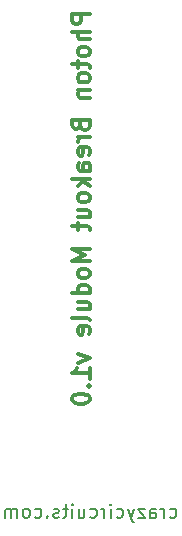
<source format=gbo>
%TF.GenerationSoftware,KiCad,Pcbnew,4.0.7-e2-6376~58~ubuntu16.04.1*%
%TF.CreationDate,2018-07-15T21:42:55-07:00*%
%TF.ProjectId,6x9-Photon-Breakout,3678392D50686F746F6E2D427265616B,1.0*%
%TF.FileFunction,Legend,Bot*%
%FSLAX46Y46*%
G04 Gerber Fmt 4.6, Leading zero omitted, Abs format (unit mm)*
G04 Created by KiCad (PCBNEW 4.0.7-e2-6376~58~ubuntu16.04.1) date Sun Jul 15 21:42:55 2018*
%MOMM*%
%LPD*%
G01*
G04 APERTURE LIST*
%ADD10C,0.350000*%
%ADD11C,0.300000*%
%ADD12C,0.177800*%
%ADD13R,2.184400X1.879600*%
%ADD14O,2.184400X1.879600*%
%ADD15C,6.152400*%
%ADD16C,1.879600*%
G04 APERTURE END LIST*
D10*
D11*
X79926571Y-51607715D02*
X78426571Y-51607715D01*
X78426571Y-52179143D01*
X78498000Y-52322001D01*
X78569429Y-52393429D01*
X78712286Y-52464858D01*
X78926571Y-52464858D01*
X79069429Y-52393429D01*
X79140857Y-52322001D01*
X79212286Y-52179143D01*
X79212286Y-51607715D01*
X79926571Y-53107715D02*
X78426571Y-53107715D01*
X79926571Y-53750572D02*
X79140857Y-53750572D01*
X78998000Y-53679143D01*
X78926571Y-53536286D01*
X78926571Y-53322001D01*
X78998000Y-53179143D01*
X79069429Y-53107715D01*
X79926571Y-54679144D02*
X79855143Y-54536286D01*
X79783714Y-54464858D01*
X79640857Y-54393429D01*
X79212286Y-54393429D01*
X79069429Y-54464858D01*
X78998000Y-54536286D01*
X78926571Y-54679144D01*
X78926571Y-54893429D01*
X78998000Y-55036286D01*
X79069429Y-55107715D01*
X79212286Y-55179144D01*
X79640857Y-55179144D01*
X79783714Y-55107715D01*
X79855143Y-55036286D01*
X79926571Y-54893429D01*
X79926571Y-54679144D01*
X78926571Y-55607715D02*
X78926571Y-56179144D01*
X78426571Y-55822001D02*
X79712286Y-55822001D01*
X79855143Y-55893429D01*
X79926571Y-56036287D01*
X79926571Y-56179144D01*
X79926571Y-56893430D02*
X79855143Y-56750572D01*
X79783714Y-56679144D01*
X79640857Y-56607715D01*
X79212286Y-56607715D01*
X79069429Y-56679144D01*
X78998000Y-56750572D01*
X78926571Y-56893430D01*
X78926571Y-57107715D01*
X78998000Y-57250572D01*
X79069429Y-57322001D01*
X79212286Y-57393430D01*
X79640857Y-57393430D01*
X79783714Y-57322001D01*
X79855143Y-57250572D01*
X79926571Y-57107715D01*
X79926571Y-56893430D01*
X78926571Y-58036287D02*
X79926571Y-58036287D01*
X79069429Y-58036287D02*
X78998000Y-58107715D01*
X78926571Y-58250573D01*
X78926571Y-58464858D01*
X78998000Y-58607715D01*
X79140857Y-58679144D01*
X79926571Y-58679144D01*
X79140857Y-61036287D02*
X79212286Y-61250573D01*
X79283714Y-61322001D01*
X79426571Y-61393430D01*
X79640857Y-61393430D01*
X79783714Y-61322001D01*
X79855143Y-61250573D01*
X79926571Y-61107715D01*
X79926571Y-60536287D01*
X78426571Y-60536287D01*
X78426571Y-61036287D01*
X78498000Y-61179144D01*
X78569429Y-61250573D01*
X78712286Y-61322001D01*
X78855143Y-61322001D01*
X78998000Y-61250573D01*
X79069429Y-61179144D01*
X79140857Y-61036287D01*
X79140857Y-60536287D01*
X79926571Y-62036287D02*
X78926571Y-62036287D01*
X79212286Y-62036287D02*
X79069429Y-62107715D01*
X78998000Y-62179144D01*
X78926571Y-62322001D01*
X78926571Y-62464858D01*
X79855143Y-63536286D02*
X79926571Y-63393429D01*
X79926571Y-63107715D01*
X79855143Y-62964858D01*
X79712286Y-62893429D01*
X79140857Y-62893429D01*
X78998000Y-62964858D01*
X78926571Y-63107715D01*
X78926571Y-63393429D01*
X78998000Y-63536286D01*
X79140857Y-63607715D01*
X79283714Y-63607715D01*
X79426571Y-62893429D01*
X79926571Y-64893429D02*
X79140857Y-64893429D01*
X78998000Y-64822000D01*
X78926571Y-64679143D01*
X78926571Y-64393429D01*
X78998000Y-64250572D01*
X79855143Y-64893429D02*
X79926571Y-64750572D01*
X79926571Y-64393429D01*
X79855143Y-64250572D01*
X79712286Y-64179143D01*
X79569429Y-64179143D01*
X79426571Y-64250572D01*
X79355143Y-64393429D01*
X79355143Y-64750572D01*
X79283714Y-64893429D01*
X79926571Y-65607715D02*
X78426571Y-65607715D01*
X79355143Y-65750572D02*
X79926571Y-66179143D01*
X78926571Y-66179143D02*
X79498000Y-65607715D01*
X79926571Y-67036287D02*
X79855143Y-66893429D01*
X79783714Y-66822001D01*
X79640857Y-66750572D01*
X79212286Y-66750572D01*
X79069429Y-66822001D01*
X78998000Y-66893429D01*
X78926571Y-67036287D01*
X78926571Y-67250572D01*
X78998000Y-67393429D01*
X79069429Y-67464858D01*
X79212286Y-67536287D01*
X79640857Y-67536287D01*
X79783714Y-67464858D01*
X79855143Y-67393429D01*
X79926571Y-67250572D01*
X79926571Y-67036287D01*
X78926571Y-68822001D02*
X79926571Y-68822001D01*
X78926571Y-68179144D02*
X79712286Y-68179144D01*
X79855143Y-68250572D01*
X79926571Y-68393430D01*
X79926571Y-68607715D01*
X79855143Y-68750572D01*
X79783714Y-68822001D01*
X78926571Y-69322001D02*
X78926571Y-69893430D01*
X78426571Y-69536287D02*
X79712286Y-69536287D01*
X79855143Y-69607715D01*
X79926571Y-69750573D01*
X79926571Y-69893430D01*
X79926571Y-71536287D02*
X78426571Y-71536287D01*
X79498000Y-72036287D01*
X78426571Y-72536287D01*
X79926571Y-72536287D01*
X79926571Y-73464859D02*
X79855143Y-73322001D01*
X79783714Y-73250573D01*
X79640857Y-73179144D01*
X79212286Y-73179144D01*
X79069429Y-73250573D01*
X78998000Y-73322001D01*
X78926571Y-73464859D01*
X78926571Y-73679144D01*
X78998000Y-73822001D01*
X79069429Y-73893430D01*
X79212286Y-73964859D01*
X79640857Y-73964859D01*
X79783714Y-73893430D01*
X79855143Y-73822001D01*
X79926571Y-73679144D01*
X79926571Y-73464859D01*
X79926571Y-75250573D02*
X78426571Y-75250573D01*
X79855143Y-75250573D02*
X79926571Y-75107716D01*
X79926571Y-74822002D01*
X79855143Y-74679144D01*
X79783714Y-74607716D01*
X79640857Y-74536287D01*
X79212286Y-74536287D01*
X79069429Y-74607716D01*
X78998000Y-74679144D01*
X78926571Y-74822002D01*
X78926571Y-75107716D01*
X78998000Y-75250573D01*
X78926571Y-76607716D02*
X79926571Y-76607716D01*
X78926571Y-75964859D02*
X79712286Y-75964859D01*
X79855143Y-76036287D01*
X79926571Y-76179145D01*
X79926571Y-76393430D01*
X79855143Y-76536287D01*
X79783714Y-76607716D01*
X79926571Y-77536288D02*
X79855143Y-77393430D01*
X79712286Y-77322002D01*
X78426571Y-77322002D01*
X79855143Y-78679144D02*
X79926571Y-78536287D01*
X79926571Y-78250573D01*
X79855143Y-78107716D01*
X79712286Y-78036287D01*
X79140857Y-78036287D01*
X78998000Y-78107716D01*
X78926571Y-78250573D01*
X78926571Y-78536287D01*
X78998000Y-78679144D01*
X79140857Y-78750573D01*
X79283714Y-78750573D01*
X79426571Y-78036287D01*
X78926571Y-80393430D02*
X79926571Y-80750573D01*
X78926571Y-81107715D01*
X79926571Y-82464858D02*
X79926571Y-81607715D01*
X79926571Y-82036287D02*
X78426571Y-82036287D01*
X78640857Y-81893430D01*
X78783714Y-81750572D01*
X78855143Y-81607715D01*
X79783714Y-83107715D02*
X79855143Y-83179143D01*
X79926571Y-83107715D01*
X79855143Y-83036286D01*
X79783714Y-83107715D01*
X79926571Y-83107715D01*
X78426571Y-84107715D02*
X78426571Y-84250572D01*
X78498000Y-84393429D01*
X78569429Y-84464858D01*
X78712286Y-84536287D01*
X78998000Y-84607715D01*
X79355143Y-84607715D01*
X79640857Y-84536287D01*
X79783714Y-84464858D01*
X79855143Y-84393429D01*
X79926571Y-84250572D01*
X79926571Y-84107715D01*
X79855143Y-83964858D01*
X79783714Y-83893429D01*
X79640857Y-83822001D01*
X79355143Y-83750572D01*
X78998000Y-83750572D01*
X78712286Y-83822001D01*
X78569429Y-83893429D01*
X78498000Y-83964858D01*
X78426571Y-84107715D01*
D12*
X86731928Y-94188643D02*
X86840785Y-94243071D01*
X87058499Y-94243071D01*
X87167357Y-94188643D01*
X87221785Y-94134214D01*
X87276214Y-94025357D01*
X87276214Y-93698786D01*
X87221785Y-93589929D01*
X87167357Y-93535500D01*
X87058499Y-93481071D01*
X86840785Y-93481071D01*
X86731928Y-93535500D01*
X86242071Y-94243071D02*
X86242071Y-93481071D01*
X86242071Y-93698786D02*
X86187643Y-93589929D01*
X86133214Y-93535500D01*
X86024357Y-93481071D01*
X85915500Y-93481071D01*
X85044643Y-94243071D02*
X85044643Y-93644357D01*
X85099072Y-93535500D01*
X85207929Y-93481071D01*
X85425643Y-93481071D01*
X85534500Y-93535500D01*
X85044643Y-94188643D02*
X85153500Y-94243071D01*
X85425643Y-94243071D01*
X85534500Y-94188643D01*
X85588929Y-94079786D01*
X85588929Y-93970929D01*
X85534500Y-93862071D01*
X85425643Y-93807643D01*
X85153500Y-93807643D01*
X85044643Y-93753214D01*
X84609214Y-93481071D02*
X84010500Y-93481071D01*
X84609214Y-94243071D01*
X84010500Y-94243071D01*
X83683928Y-93481071D02*
X83411785Y-94243071D01*
X83139643Y-93481071D02*
X83411785Y-94243071D01*
X83520643Y-94515214D01*
X83575071Y-94569643D01*
X83683928Y-94624071D01*
X82214357Y-94188643D02*
X82323214Y-94243071D01*
X82540928Y-94243071D01*
X82649786Y-94188643D01*
X82704214Y-94134214D01*
X82758643Y-94025357D01*
X82758643Y-93698786D01*
X82704214Y-93589929D01*
X82649786Y-93535500D01*
X82540928Y-93481071D01*
X82323214Y-93481071D01*
X82214357Y-93535500D01*
X81724500Y-94243071D02*
X81724500Y-93481071D01*
X81724500Y-93100071D02*
X81778929Y-93154500D01*
X81724500Y-93208929D01*
X81670072Y-93154500D01*
X81724500Y-93100071D01*
X81724500Y-93208929D01*
X81180214Y-94243071D02*
X81180214Y-93481071D01*
X81180214Y-93698786D02*
X81125786Y-93589929D01*
X81071357Y-93535500D01*
X80962500Y-93481071D01*
X80853643Y-93481071D01*
X79982786Y-94188643D02*
X80091643Y-94243071D01*
X80309357Y-94243071D01*
X80418215Y-94188643D01*
X80472643Y-94134214D01*
X80527072Y-94025357D01*
X80527072Y-93698786D01*
X80472643Y-93589929D01*
X80418215Y-93535500D01*
X80309357Y-93481071D01*
X80091643Y-93481071D01*
X79982786Y-93535500D01*
X79003072Y-93481071D02*
X79003072Y-94243071D01*
X79492929Y-93481071D02*
X79492929Y-94079786D01*
X79438501Y-94188643D01*
X79329643Y-94243071D01*
X79166358Y-94243071D01*
X79057501Y-94188643D01*
X79003072Y-94134214D01*
X78458786Y-94243071D02*
X78458786Y-93481071D01*
X78458786Y-93100071D02*
X78513215Y-93154500D01*
X78458786Y-93208929D01*
X78404358Y-93154500D01*
X78458786Y-93100071D01*
X78458786Y-93208929D01*
X78077786Y-93481071D02*
X77642357Y-93481071D01*
X77914500Y-93100071D02*
X77914500Y-94079786D01*
X77860072Y-94188643D01*
X77751214Y-94243071D01*
X77642357Y-94243071D01*
X77315786Y-94188643D02*
X77206929Y-94243071D01*
X76989214Y-94243071D01*
X76880357Y-94188643D01*
X76825929Y-94079786D01*
X76825929Y-94025357D01*
X76880357Y-93916500D01*
X76989214Y-93862071D01*
X77152500Y-93862071D01*
X77261357Y-93807643D01*
X77315786Y-93698786D01*
X77315786Y-93644357D01*
X77261357Y-93535500D01*
X77152500Y-93481071D01*
X76989214Y-93481071D01*
X76880357Y-93535500D01*
X76336071Y-94134214D02*
X76281643Y-94188643D01*
X76336071Y-94243071D01*
X76390500Y-94188643D01*
X76336071Y-94134214D01*
X76336071Y-94243071D01*
X75301928Y-94188643D02*
X75410785Y-94243071D01*
X75628499Y-94243071D01*
X75737357Y-94188643D01*
X75791785Y-94134214D01*
X75846214Y-94025357D01*
X75846214Y-93698786D01*
X75791785Y-93589929D01*
X75737357Y-93535500D01*
X75628499Y-93481071D01*
X75410785Y-93481071D01*
X75301928Y-93535500D01*
X74648785Y-94243071D02*
X74757643Y-94188643D01*
X74812071Y-94134214D01*
X74866500Y-94025357D01*
X74866500Y-93698786D01*
X74812071Y-93589929D01*
X74757643Y-93535500D01*
X74648785Y-93481071D01*
X74485500Y-93481071D01*
X74376643Y-93535500D01*
X74322214Y-93589929D01*
X74267785Y-93698786D01*
X74267785Y-94025357D01*
X74322214Y-94134214D01*
X74376643Y-94188643D01*
X74485500Y-94243071D01*
X74648785Y-94243071D01*
X73777928Y-94243071D02*
X73777928Y-93481071D01*
X73777928Y-93589929D02*
X73723500Y-93535500D01*
X73614642Y-93481071D01*
X73451357Y-93481071D01*
X73342500Y-93535500D01*
X73288071Y-93644357D01*
X73288071Y-94243071D01*
X73288071Y-93644357D02*
X73233642Y-93535500D01*
X73124785Y-93481071D01*
X72961500Y-93481071D01*
X72852642Y-93535500D01*
X72798214Y-93644357D01*
X72798214Y-94243071D01*
%LPC*%
D13*
X87122000Y-40640000D03*
D14*
X87122000Y-43180000D03*
X87122000Y-45720000D03*
D13*
X82042000Y-40640000D03*
D14*
X82042000Y-43180000D03*
X82042000Y-45720000D03*
D13*
X76962000Y-40640000D03*
D14*
X76962000Y-43180000D03*
X76962000Y-45720000D03*
D13*
X71882000Y-40640000D03*
D14*
X71882000Y-43180000D03*
X71882000Y-45720000D03*
D15*
X98999000Y-71800000D03*
X99000000Y-79800000D03*
X99000000Y-95800000D03*
X99000000Y-63800000D03*
X99000000Y-87800000D03*
X98999000Y-55800000D03*
X98999000Y-47800000D03*
X59000000Y-103800000D03*
X66999000Y-103800000D03*
X74999000Y-103800000D03*
X90999000Y-103800000D03*
X74999000Y-31800000D03*
X82999000Y-31800000D03*
X59000000Y-31800000D03*
X66999000Y-31800000D03*
X98999000Y-31800000D03*
X58999000Y-47800000D03*
X58999000Y-55800000D03*
X58999000Y-63800000D03*
X58999000Y-71800000D03*
X58999000Y-79800000D03*
X58999000Y-87800000D03*
X58999000Y-95800000D03*
X98999000Y-103800000D03*
X98999000Y-39800000D03*
X58999000Y-39800000D03*
X82999000Y-103800000D03*
X90999000Y-31800000D03*
D16*
X89336238Y-81643854D03*
X89336238Y-79103854D03*
X89336238Y-76563854D03*
X89336238Y-74023854D03*
X89336238Y-71483854D03*
X89336238Y-68943854D03*
X89336238Y-66403854D03*
X89336238Y-63863854D03*
X89336238Y-61323854D03*
X89336238Y-58783854D03*
X89336238Y-56243854D03*
X89336238Y-53703854D03*
X69016238Y-56243854D03*
X69016238Y-76563854D03*
X69016238Y-61323854D03*
X69016238Y-58783854D03*
X69016238Y-79103854D03*
X69016238Y-71483854D03*
X69016238Y-81643854D03*
X69016238Y-68943854D03*
X69016238Y-66403854D03*
X69016238Y-63863854D03*
X69016238Y-74023854D03*
X69016238Y-53703854D03*
M02*

</source>
